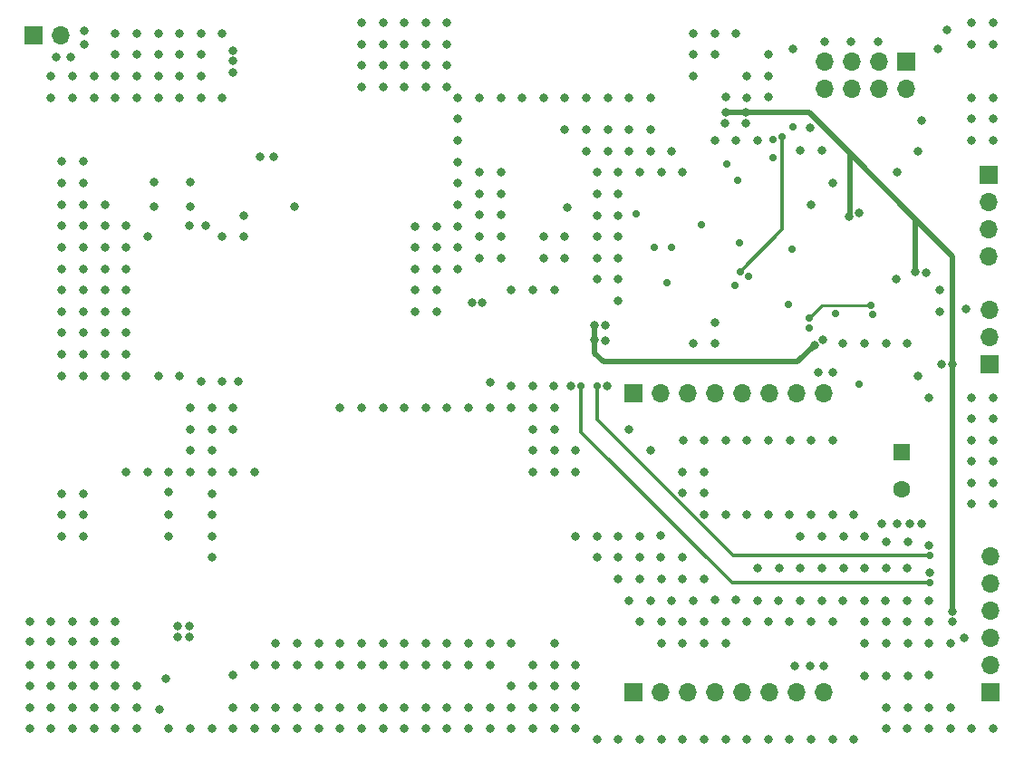
<source format=gbr>
%TF.GenerationSoftware,KiCad,Pcbnew,(6.0.8)*%
%TF.CreationDate,2022-12-06T23:52:26-08:00*%
%TF.ProjectId,motor_controller,6d6f746f-725f-4636-9f6e-74726f6c6c65,B1 (HULA) v0.2*%
%TF.SameCoordinates,Original*%
%TF.FileFunction,Copper,L4,Bot*%
%TF.FilePolarity,Positive*%
%FSLAX46Y46*%
G04 Gerber Fmt 4.6, Leading zero omitted, Abs format (unit mm)*
G04 Created by KiCad (PCBNEW (6.0.8)) date 2022-12-06 23:52:26*
%MOMM*%
%LPD*%
G01*
G04 APERTURE LIST*
%TA.AperFunction,ComponentPad*%
%ADD10R,1.700000X1.700000*%
%TD*%
%TA.AperFunction,ComponentPad*%
%ADD11O,1.700000X1.700000*%
%TD*%
%TA.AperFunction,ComponentPad*%
%ADD12R,1.600000X1.600000*%
%TD*%
%TA.AperFunction,ComponentPad*%
%ADD13C,1.600000*%
%TD*%
%TA.AperFunction,ViaPad*%
%ADD14C,0.800000*%
%TD*%
%TA.AperFunction,ViaPad*%
%ADD15C,0.700000*%
%TD*%
%TA.AperFunction,Conductor*%
%ADD16C,0.300000*%
%TD*%
%TA.AperFunction,Conductor*%
%ADD17C,0.293370*%
%TD*%
%TA.AperFunction,Conductor*%
%ADD18C,0.500000*%
%TD*%
G04 APERTURE END LIST*
D10*
%TO.P,J501,1,Pin_1*%
%TO.N,/(5) Motor Driver/VM*%
X135440000Y-88640000D03*
D11*
%TO.P,J501,2,Pin_2*%
%TO.N,ACTUATOR_POWER_FLAG*%
X137980000Y-88640000D03*
%TO.P,J501,3,Pin_3*%
%TO.N,unconnected-(J501-Pad3)*%
X140520000Y-88640000D03*
%TO.P,J501,4,Pin_4*%
%TO.N,~{FLT}*%
X143060000Y-88640000D03*
%TO.P,J501,5,Pin_5*%
%TO.N,~{SLP}*%
X145600000Y-88640000D03*
%TO.P,J501,6,Pin_6*%
%TO.N,PWM*%
X148140000Y-88640000D03*
%TO.P,J501,7,Pin_7*%
%TO.N,DIR*%
X150680000Y-88640000D03*
%TO.P,J501,8,Pin_8*%
%TO.N,GND*%
X153220000Y-88640000D03*
%TD*%
D10*
%TO.P,J201,1,Pin_1*%
%TO.N,/(2) Power Supply/POWER_BUS*%
X79350000Y-55175000D03*
D11*
%TO.P,J201,2,Pin_2*%
%TO.N,GND*%
X81890000Y-55175000D03*
%TD*%
D10*
%TO.P,J601,1,Pin_1*%
%TO.N,CAN_TX*%
X168625000Y-68200000D03*
D11*
%TO.P,J601,2,Pin_2*%
%TO.N,CAN_RX*%
X168625000Y-70740000D03*
%TO.P,J601,3,Pin_3*%
%TO.N,I2C_SDA*%
X168625000Y-73280000D03*
%TO.P,J601,4,Pin_4*%
%TO.N,I2C_SCL*%
X168625000Y-75820000D03*
%TD*%
D12*
%TO.P,C501,1*%
%TO.N,/(5) Motor Driver/VM*%
X160500000Y-94147349D03*
D13*
%TO.P,C501,2*%
%TO.N,GND*%
X160500000Y-97647349D03*
%TD*%
D10*
%TO.P,J603,1,Pin_1*%
%TO.N,+3V3*%
X160890000Y-57650000D03*
D11*
%TO.P,J603,2,Pin_2*%
%TO.N,/(6) Peripherals/DIO*%
X160890000Y-60190000D03*
%TO.P,J603,3,Pin_3*%
%TO.N,GND*%
X158350000Y-57650000D03*
%TO.P,J603,4,Pin_4*%
%TO.N,/(6) Peripherals/SCLK*%
X158350000Y-60190000D03*
%TO.P,J603,5,Pin_5*%
%TO.N,GND*%
X155810000Y-57650000D03*
%TO.P,J603,6,Pin_6*%
%TO.N,/(6) Peripherals/SWO*%
X155810000Y-60190000D03*
%TO.P,J603,7,Pin_7*%
%TO.N,GND*%
X153270000Y-57650000D03*
%TO.P,J603,8,Pin_8*%
%TO.N,/(6) Peripherals/RST*%
X153270000Y-60190000D03*
%TD*%
D10*
%TO.P,J502,1,Pin_1*%
%TO.N,+12V*%
X135440000Y-116560000D03*
D11*
%TO.P,J502,2,Pin_2*%
X137980000Y-116560000D03*
%TO.P,J502,3,Pin_3*%
%TO.N,PWR_MOTOR_P*%
X140520000Y-116560000D03*
%TO.P,J502,4,Pin_4*%
X143060000Y-116560000D03*
%TO.P,J502,5,Pin_5*%
%TO.N,PWR_MOTOR_N*%
X145600000Y-116560000D03*
%TO.P,J502,6,Pin_6*%
X148140000Y-116560000D03*
%TO.P,J502,7,Pin_7*%
%TO.N,GND*%
X150680000Y-116560000D03*
%TO.P,J502,8,Pin_8*%
X153220000Y-116560000D03*
%TD*%
D10*
%TO.P,J503,1,Pin_1*%
%TO.N,PWR_MOTOR_P*%
X168800000Y-116550000D03*
D11*
%TO.P,J503,2,Pin_2*%
%TO.N,PWR_MOTOR_N*%
X168800000Y-114010000D03*
%TO.P,J503,3,Pin_3*%
%TO.N,GND*%
X168800000Y-111470000D03*
%TO.P,J503,4,Pin_4*%
%TO.N,+3V3*%
X168800000Y-108930000D03*
%TO.P,J503,5,Pin_5*%
%TO.N,ENC_A*%
X168800000Y-106390000D03*
%TO.P,J503,6,Pin_6*%
%TO.N,ENC_B*%
X168800000Y-103850000D03*
%TD*%
D10*
%TO.P,J602,1,Pin_1*%
%TO.N,+3V3*%
X168675000Y-85925000D03*
D11*
%TO.P,J602,2,Pin_2*%
%TO.N,SW_LIMIT*%
X168675000Y-83385000D03*
%TO.P,J602,3,Pin_3*%
%TO.N,GND*%
X168675000Y-80845000D03*
%TD*%
D14*
%TO.N,GND*%
X161000000Y-120000000D03*
X167000000Y-120000000D03*
X165000000Y-120000000D03*
X163000000Y-120000000D03*
X169000000Y-120000000D03*
X152000000Y-121000000D03*
X156000000Y-121000000D03*
X154000000Y-121000000D03*
X159000000Y-120000000D03*
X142000000Y-121000000D03*
X148000000Y-121000000D03*
X146000000Y-121000000D03*
X144000000Y-121000000D03*
X150000000Y-121000000D03*
X132000000Y-121000000D03*
X138000000Y-121000000D03*
X136000000Y-121000000D03*
X134000000Y-121000000D03*
X140000000Y-121000000D03*
X79000000Y-120000000D03*
X85000000Y-120000000D03*
X83000000Y-120000000D03*
X81000000Y-120000000D03*
X87000000Y-120000000D03*
X94000000Y-120000000D03*
X92000000Y-120000000D03*
X89000000Y-120000000D03*
X96000000Y-120000000D03*
X118000000Y-120000000D03*
X104000000Y-120000000D03*
X102000000Y-120000000D03*
X116000000Y-120000000D03*
X124000000Y-120000000D03*
X126000000Y-120000000D03*
X128000000Y-120000000D03*
X106000000Y-120000000D03*
X130000000Y-120000000D03*
X100000000Y-120000000D03*
X114000000Y-120000000D03*
X108000000Y-120000000D03*
X120000000Y-120000000D03*
X110000000Y-120000000D03*
X122000000Y-120000000D03*
X98000000Y-120000000D03*
X112000000Y-120000000D03*
X110000000Y-114000000D03*
X115000000Y-73019721D03*
X168981284Y-89018716D03*
X100000000Y-118000000D03*
X136000000Y-68000000D03*
X146000000Y-61000000D03*
X146990089Y-107993862D03*
X169018716Y-94981284D03*
X157000000Y-102000000D03*
X85000000Y-111800000D03*
X125000000Y-61000000D03*
X86000000Y-77000000D03*
X134000000Y-106000000D03*
X115000000Y-79019721D03*
X148983247Y-107993862D03*
X112000000Y-90000000D03*
X155000000Y-108000000D03*
D15*
X148421781Y-64894516D03*
D14*
X116000000Y-60000000D03*
X96000000Y-94000000D03*
X84019721Y-85000000D03*
X128000000Y-90000000D03*
X134000000Y-104000000D03*
X151900000Y-114100000D03*
X117000000Y-73019721D03*
X98000000Y-58700000D03*
X139989032Y-97968154D03*
X112000000Y-56019721D03*
X87000000Y-57000000D03*
X91000000Y-55000000D03*
X87000000Y-116000000D03*
X81000000Y-110000000D03*
X100500000Y-66500000D03*
X169018716Y-96981284D03*
X88000000Y-81000000D03*
X87000000Y-59000000D03*
X132000000Y-76000000D03*
X145895598Y-63424070D03*
X152700000Y-86700000D03*
X124000000Y-90000000D03*
X150976404Y-107993862D03*
X123000000Y-71980279D03*
X84000000Y-75000000D03*
X127000000Y-74019721D03*
D15*
X144100000Y-67200000D03*
D14*
X155750000Y-55750000D03*
X81000000Y-61000000D03*
X150996931Y-65981284D03*
X98000000Y-92000000D03*
X148000000Y-110000000D03*
X84100000Y-56000000D03*
X116000000Y-114000000D03*
X108000000Y-112000000D03*
X152000000Y-71000000D03*
X87000000Y-118000000D03*
X97000000Y-87500000D03*
X133000000Y-66000000D03*
X120000000Y-90000000D03*
D15*
X138525000Y-78275000D03*
D14*
X153018716Y-105018716D03*
X112000000Y-54000000D03*
X130000000Y-118000000D03*
X128000000Y-94000000D03*
X110000000Y-54000000D03*
X157018716Y-105018716D03*
X141000000Y-108000000D03*
X106000000Y-118000000D03*
X82019721Y-81000000D03*
X160998339Y-107993862D03*
X132774070Y-82304402D03*
X127000000Y-76000000D03*
X161018716Y-118018716D03*
X167018716Y-98981284D03*
X121000000Y-61000000D03*
X142000000Y-110000000D03*
X141968154Y-99989384D03*
X117000000Y-79019721D03*
X162749070Y-77354402D03*
X86019721Y-83000000D03*
X140989384Y-54997484D03*
X93000000Y-55000000D03*
X147988831Y-56981284D03*
X126000000Y-118000000D03*
X121000000Y-68019721D03*
X116000000Y-118000000D03*
X122000000Y-112000000D03*
X124000000Y-118000000D03*
X120300000Y-80200000D03*
X123000000Y-61000000D03*
X94000000Y-92000000D03*
X121000000Y-71980279D03*
D15*
X135674100Y-71850000D03*
D14*
X169000000Y-63000000D03*
X118000000Y-58000000D03*
X136000000Y-102000000D03*
X154000000Y-100000000D03*
X86019721Y-81000000D03*
X84000000Y-100000000D03*
D15*
X145125000Y-68725000D03*
D14*
X158250000Y-55750000D03*
X92000000Y-102000000D03*
X94000000Y-71200000D03*
X143945725Y-63416107D03*
X93900000Y-110375000D03*
X157000000Y-110000000D03*
X138000000Y-68000000D03*
X129000000Y-74019721D03*
X84000000Y-67000000D03*
X97000000Y-74000000D03*
X92800000Y-110375000D03*
X91019721Y-87000000D03*
X89000000Y-61000000D03*
D15*
X150300000Y-63750000D03*
D14*
X126000000Y-79000000D03*
X164225497Y-85900000D03*
X87000000Y-55000000D03*
X83000000Y-114000000D03*
X91000000Y-61000000D03*
X110000000Y-112000000D03*
D15*
X145350000Y-74600000D03*
D14*
X108000000Y-114000000D03*
X165200000Y-109999503D03*
X141000000Y-84000000D03*
X86019721Y-79000000D03*
X152000000Y-110000000D03*
X152999446Y-65981284D03*
X88000000Y-85000000D03*
X166300000Y-111500000D03*
X88000000Y-83000000D03*
X140018716Y-93018716D03*
X97000000Y-61000000D03*
X81000000Y-59000000D03*
X151000000Y-105000000D03*
X116000000Y-58000000D03*
X102000000Y-118000000D03*
X84100000Y-54800000D03*
X160000000Y-68000000D03*
X128000000Y-118000000D03*
X123000000Y-74000000D03*
X115000000Y-77000000D03*
X102000000Y-112000000D03*
X86000000Y-73000000D03*
X137000000Y-108000000D03*
X83000000Y-59000000D03*
X139943854Y-103979473D03*
D15*
X148400000Y-66600000D03*
D14*
X126000000Y-92000000D03*
X82019721Y-83000000D03*
X96000000Y-104000000D03*
X85000000Y-116000000D03*
X152000000Y-100000000D03*
X132770398Y-83715491D03*
X143997484Y-60984353D03*
D15*
X146142917Y-77745944D03*
D14*
X92000000Y-100000000D03*
X84019721Y-79000000D03*
X122000000Y-87600000D03*
X130000000Y-94000000D03*
X95019721Y-87500000D03*
X134983800Y-91981284D03*
X94000000Y-90000000D03*
X167000000Y-95000000D03*
X161018716Y-115018716D03*
X150018716Y-93018716D03*
X82000000Y-69000000D03*
X144000000Y-112000000D03*
X89000000Y-116000000D03*
X118000000Y-118000000D03*
X134000000Y-68000000D03*
X120000000Y-112000000D03*
X116000000Y-89991488D03*
X84000000Y-71000000D03*
X112000000Y-58000000D03*
X104000000Y-118000000D03*
X115000000Y-81000000D03*
X86000000Y-75000000D03*
X161018716Y-112018716D03*
X117000000Y-75000000D03*
X147983800Y-60984353D03*
X166962568Y-89037432D03*
X160000000Y-100800000D03*
X88000000Y-96000000D03*
X87980279Y-74986899D03*
X90600000Y-71200000D03*
X135000000Y-66000000D03*
X148000000Y-59000000D03*
X93900000Y-73000000D03*
X82000000Y-71000000D03*
X146991900Y-64989384D03*
X142986869Y-64989384D03*
X162982229Y-102857829D03*
X156983800Y-83981284D03*
X93900000Y-111400000D03*
X79000000Y-110000000D03*
X155000000Y-84000000D03*
X95000000Y-59000000D03*
X106000000Y-112000000D03*
X167000000Y-61000000D03*
X158986315Y-83981284D03*
X129000000Y-76000000D03*
X151900000Y-63800000D03*
X79000000Y-111800000D03*
X98500000Y-87500000D03*
X114000000Y-58000000D03*
X114000000Y-118000000D03*
X138000000Y-106000000D03*
X155990441Y-99989384D03*
X118000000Y-114000000D03*
X106000000Y-114000000D03*
X126000000Y-96000000D03*
D15*
X150255000Y-75200000D03*
D14*
X114000000Y-60000000D03*
X169000000Y-54000000D03*
X122000000Y-90000000D03*
X89000000Y-59000000D03*
X87980279Y-77000000D03*
X166981284Y-91018716D03*
X138000000Y-110000000D03*
X98000000Y-115000000D03*
X117000000Y-81000000D03*
X94000000Y-68900000D03*
X161000000Y-105000000D03*
X88000000Y-79000000D03*
X162000000Y-87000000D03*
X126000000Y-114000000D03*
X84000000Y-102000000D03*
X132000000Y-102000000D03*
X150500000Y-114100000D03*
X166981284Y-93018716D03*
X134000000Y-74000000D03*
X132000000Y-104000000D03*
X139996931Y-111986315D03*
X139000000Y-66000000D03*
X95400000Y-73000000D03*
X128000000Y-79000000D03*
X153136553Y-83603023D03*
X110000000Y-58000000D03*
X144978065Y-107949992D03*
X135000000Y-108000000D03*
X148018716Y-100018716D03*
X155018716Y-102000000D03*
X85000000Y-59000000D03*
X103700000Y-71200000D03*
X123000000Y-70000000D03*
X137000000Y-64000000D03*
X95000000Y-57000000D03*
X126000000Y-88000000D03*
X119000000Y-61019721D03*
X114000000Y-89991488D03*
X132000000Y-74000000D03*
D15*
X156500000Y-87800000D03*
D14*
X112000000Y-118000000D03*
X132000000Y-68000000D03*
X124000000Y-79000000D03*
X163018716Y-89018716D03*
X149018716Y-105018716D03*
D15*
X154300000Y-81200000D03*
D14*
X93000000Y-61000000D03*
X128000000Y-96000000D03*
X83000000Y-111800000D03*
X96000000Y-90000000D03*
X100000000Y-114000000D03*
D15*
X137349100Y-75025000D03*
D14*
X152018716Y-93018716D03*
X159000000Y-105000000D03*
X91675000Y-115300000D03*
X91000000Y-59000000D03*
X142991900Y-56981284D03*
X79000000Y-114000000D03*
X87000000Y-111800000D03*
D15*
X157747877Y-81287264D03*
D14*
X94000000Y-94000000D03*
X159018716Y-118018716D03*
X118000000Y-90000000D03*
X82000000Y-77000000D03*
X158600000Y-100800000D03*
X82850000Y-57200000D03*
X143000000Y-84000000D03*
X81450000Y-57200000D03*
X118000000Y-56019721D03*
X132000000Y-72000000D03*
X87000000Y-110000000D03*
X83000000Y-118000000D03*
X110000000Y-60000000D03*
X92800000Y-111400000D03*
X116000000Y-112000000D03*
X142010263Y-97968154D03*
X132949503Y-88000000D03*
X102000000Y-114000000D03*
X154000000Y-110000000D03*
X87000000Y-61000000D03*
X96000000Y-102000000D03*
X130000000Y-116000000D03*
X126000000Y-94000000D03*
X163000000Y-110000000D03*
X155018716Y-105018716D03*
X122000000Y-114000000D03*
X134000000Y-72000000D03*
X104000000Y-114000000D03*
X126000000Y-116000000D03*
X85000000Y-61000000D03*
X163000000Y-115000000D03*
X134000000Y-78000000D03*
X123000000Y-68019721D03*
X162300000Y-63150000D03*
X163850000Y-56500000D03*
X163996931Y-78989384D03*
X141000000Y-57000000D03*
X143000000Y-55000000D03*
X156517521Y-71817345D03*
X159018716Y-102500000D03*
X79000000Y-116000000D03*
X130000000Y-114000000D03*
X81000000Y-116000000D03*
X99000000Y-74000000D03*
X122000000Y-118000000D03*
X147018716Y-105018716D03*
X98000000Y-118000000D03*
X81000000Y-111800000D03*
X153200000Y-114100000D03*
X89000000Y-55000000D03*
X145988680Y-109999295D03*
X129550497Y-88000000D03*
X92000000Y-97900000D03*
X162300000Y-100800000D03*
X114000000Y-54000000D03*
X83000000Y-61000000D03*
X161200000Y-100800000D03*
X128000000Y-92000000D03*
X81000000Y-114000000D03*
X121000000Y-70000000D03*
X93000000Y-57000000D03*
X98000000Y-96000000D03*
X144018716Y-93018716D03*
X143000000Y-82000000D03*
X104000000Y-112000000D03*
X135982542Y-103985611D03*
X157000000Y-108000000D03*
X164000000Y-81000000D03*
X99000000Y-72000000D03*
X98000000Y-57600000D03*
X123000000Y-75980279D03*
X134000000Y-80000000D03*
X169018716Y-98981284D03*
X133000000Y-64000000D03*
X161000000Y-110000000D03*
X84000000Y-98000000D03*
X165000000Y-118000000D03*
X157018716Y-112018716D03*
X87980279Y-72986899D03*
X135000000Y-61000000D03*
X137000000Y-61000000D03*
X84000000Y-73000000D03*
X97000000Y-55000000D03*
X130000000Y-102000000D03*
X150000000Y-110000000D03*
X114000000Y-56019721D03*
X159018716Y-112018716D03*
X126000000Y-90000000D03*
X110000000Y-118000000D03*
X137950696Y-101958243D03*
X167000000Y-63000000D03*
D15*
X141775000Y-72925000D03*
D14*
X119000000Y-77000000D03*
X139989032Y-95989032D03*
X89000000Y-118000000D03*
X163000000Y-112000000D03*
X87000000Y-114000000D03*
X119000000Y-73019721D03*
X150300000Y-56500000D03*
X136000000Y-106000000D03*
X169000000Y-56000000D03*
X124000000Y-112000000D03*
X118000000Y-54000000D03*
X96000000Y-98000000D03*
X124000000Y-88000000D03*
X112000000Y-60000000D03*
X151000000Y-102000000D03*
X141974291Y-105984907D03*
X159018716Y-115018716D03*
X114000000Y-114000000D03*
X140989384Y-58965085D03*
X130000000Y-96000000D03*
X83000000Y-116000000D03*
X96000000Y-100000000D03*
X101800000Y-66500000D03*
X163000000Y-108000000D03*
X163018716Y-118018716D03*
X84000000Y-77000000D03*
X86000000Y-71000000D03*
X161018716Y-102500000D03*
X82000000Y-102000000D03*
X119000000Y-75000000D03*
X93000000Y-59000000D03*
X133000000Y-61000000D03*
X82000000Y-98000000D03*
X91100000Y-118200000D03*
X157018716Y-115018716D03*
X132000000Y-78000000D03*
X159982542Y-77978769D03*
X96000000Y-96000000D03*
X142018716Y-93018716D03*
X108000000Y-118000000D03*
X165000000Y-112000000D03*
X136986315Y-93983800D03*
X153250000Y-55750000D03*
X169000000Y-91000000D03*
X164700000Y-54700000D03*
X150000000Y-100000000D03*
X161000000Y-84000000D03*
X131000000Y-64000000D03*
X88000000Y-87000000D03*
X129000000Y-61000000D03*
X90000000Y-96000000D03*
X90000000Y-74000000D03*
X95000000Y-61000000D03*
X129000000Y-64000000D03*
X141990089Y-111986315D03*
X137000000Y-66000000D03*
X162000000Y-66000000D03*
X84019721Y-81000000D03*
X85000000Y-110000000D03*
X128000000Y-116000000D03*
X135982542Y-109993157D03*
X119000000Y-67019721D03*
X129200000Y-71300000D03*
X93019721Y-87000000D03*
X121300000Y-80200000D03*
X138000000Y-112000000D03*
X167000000Y-65000000D03*
X121000000Y-74000000D03*
X141968154Y-95989032D03*
X144000000Y-110000000D03*
X134000000Y-76000000D03*
X116000000Y-54000000D03*
X131000000Y-66000000D03*
X86019721Y-85000000D03*
X119000000Y-63000000D03*
X118000000Y-112000000D03*
X98000000Y-56600000D03*
X121000000Y-75980279D03*
D15*
X144850000Y-78550000D03*
D14*
X134000000Y-102000000D03*
X86019721Y-87000000D03*
X117000000Y-77000000D03*
X96000000Y-92000000D03*
X146000000Y-93000000D03*
X145986315Y-58983800D03*
X134000000Y-70000000D03*
X142984907Y-107978065D03*
X82019721Y-79000000D03*
X85000000Y-118000000D03*
X152997635Y-107993862D03*
X120000000Y-118000000D03*
X128000000Y-112000000D03*
X153018716Y-102000000D03*
X119000000Y-71000000D03*
X112000000Y-114000000D03*
D15*
X138999100Y-75000000D03*
D14*
X124000000Y-116000000D03*
X119000000Y-69000000D03*
D15*
X149875000Y-80350000D03*
D14*
X100000000Y-96000000D03*
X82000000Y-67000000D03*
X144018716Y-100018716D03*
X154000000Y-93000000D03*
X144994415Y-54997484D03*
X140000000Y-68000000D03*
X120000000Y-114000000D03*
X167000000Y-56000000D03*
X154000000Y-86700000D03*
X166500000Y-80800000D03*
X159000000Y-110000000D03*
X115000000Y-75000000D03*
X89000000Y-57000000D03*
X110000000Y-90000000D03*
X163100000Y-105400497D03*
X131000000Y-61000000D03*
X169000000Y-65000000D03*
X127000000Y-61000000D03*
X148018716Y-93018716D03*
X146018716Y-100018716D03*
X95000000Y-55000000D03*
X81000000Y-118000000D03*
X82000000Y-73000000D03*
X108000000Y-90000000D03*
X112000000Y-112000000D03*
X114000000Y-112000000D03*
X116000000Y-56019721D03*
D15*
X151800000Y-82499503D03*
D14*
X90600000Y-68900000D03*
X139000000Y-108000000D03*
X137975700Y-103985611D03*
X169000000Y-93000000D03*
X144989384Y-64989384D03*
X135000000Y-64000000D03*
X82000000Y-75000000D03*
X127990692Y-87987523D03*
X84000000Y-69000000D03*
X128000000Y-114000000D03*
X110000000Y-56019721D03*
X82019721Y-85000000D03*
X79000000Y-118000000D03*
X94000000Y-96000000D03*
X119000000Y-65000000D03*
X132000000Y-70000000D03*
X154000000Y-69000000D03*
X85000000Y-114000000D03*
X118000000Y-60000000D03*
X91000000Y-57000000D03*
X83000000Y-110000000D03*
X167000000Y-54000000D03*
X84019721Y-83000000D03*
X98000000Y-90000000D03*
X92000000Y-96000000D03*
X158977109Y-107993862D03*
X82000000Y-100000000D03*
X84019721Y-87000000D03*
X82019721Y-87000000D03*
X140000000Y-106000000D03*
X169000000Y-61000000D03*
X167000000Y-97000000D03*
X139996931Y-109993157D03*
D15*
%TO.N,NRST*%
X149300000Y-64700000D03*
X145384621Y-77262114D03*
%TO.N,SRAM_~{CS}*%
X151800000Y-81600000D03*
X157600000Y-80400000D03*
%TO.N,ENC_A*%
X163100000Y-106350000D03*
X130500000Y-88000000D03*
%TO.N,ENC_B*%
X132000000Y-88000000D03*
X163100000Y-103800000D03*
D14*
%TO.N,+3V3*%
X165200000Y-109000000D03*
X152300000Y-84150000D03*
X144075000Y-62425000D03*
X145925000Y-62425000D03*
X161750000Y-77325000D03*
X155575000Y-72150000D03*
X165225000Y-85900000D03*
X131775000Y-83625000D03*
X131775000Y-82275000D03*
%TD*%
D16*
%TO.N,NRST*%
X149300000Y-73346735D02*
X149300000Y-64700000D01*
X145384621Y-77262114D02*
X149300000Y-73346735D01*
D17*
%TO.N,SRAM_~{CS}*%
X153000000Y-80400000D02*
X157600000Y-80400000D01*
X151800000Y-81600000D02*
X153000000Y-80400000D01*
D16*
%TO.N,ENC_A*%
X144600000Y-106350000D02*
X130500000Y-92250000D01*
X130500000Y-92250000D02*
X130500000Y-88000000D01*
X163100000Y-106350000D02*
X144600000Y-106350000D01*
%TO.N,ENC_B*%
X132000000Y-88000000D02*
X132000000Y-91081891D01*
X144718109Y-103800000D02*
X163100000Y-103800000D01*
X132000000Y-91081891D02*
X144718109Y-103800000D01*
D18*
%TO.N,+3V3*%
X155600000Y-72125000D02*
X155575000Y-72150000D01*
X161750000Y-72375000D02*
X165225000Y-75850000D01*
X131775000Y-83625000D02*
X131775000Y-82275000D01*
X155600000Y-66225000D02*
X155600000Y-72125000D01*
X165225000Y-85900000D02*
X165225000Y-108975000D01*
X132600000Y-85700000D02*
X150600000Y-85700000D01*
X145925000Y-62425000D02*
X151800000Y-62425000D01*
X131775000Y-84875000D02*
X132600000Y-85700000D01*
X144075000Y-62425000D02*
X145925000Y-62425000D01*
X150750000Y-85700000D02*
X152300000Y-84150000D01*
X165225000Y-83200000D02*
X165225000Y-85900000D01*
X131775000Y-84875000D02*
X131775000Y-83625000D01*
X165225000Y-75850000D02*
X165225000Y-83200000D01*
X150600000Y-85700000D02*
X150750000Y-85700000D01*
X165225000Y-108975000D02*
X165200000Y-109000000D01*
X151800000Y-62425000D02*
X155600000Y-66225000D01*
X161750000Y-72375000D02*
X161750000Y-77325000D01*
X155600000Y-66225000D02*
X161750000Y-72375000D01*
%TD*%
M02*

</source>
